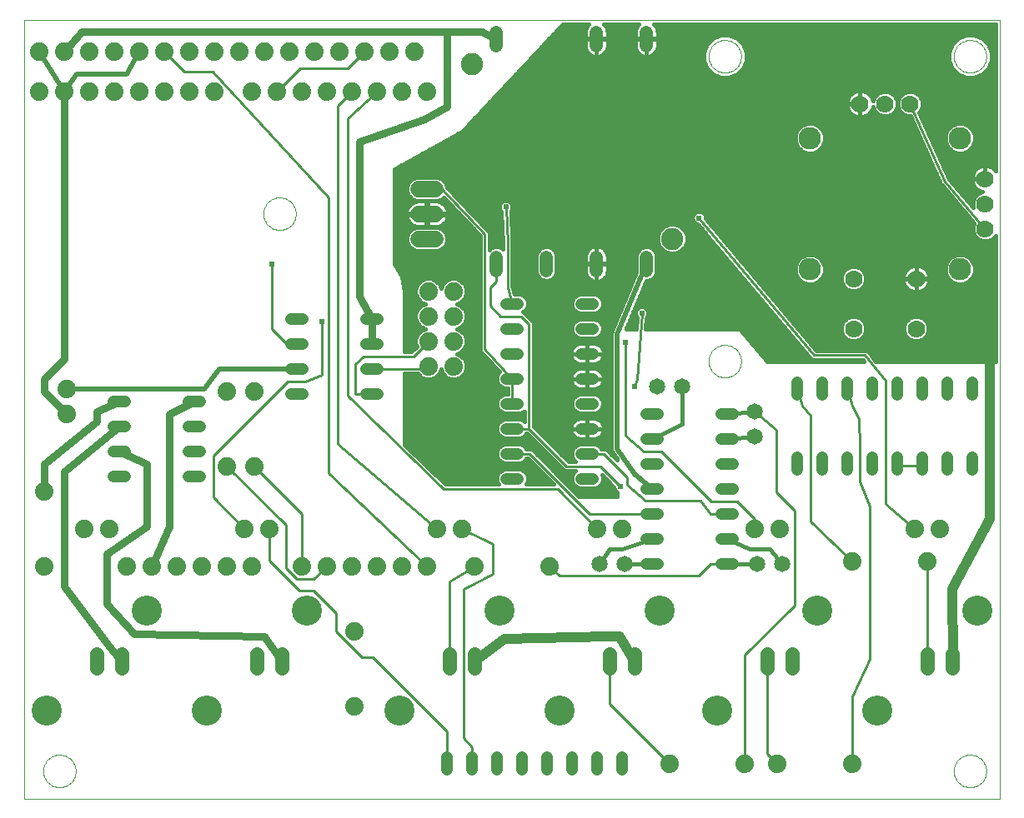
<source format=gbl>
G75*
G70*
%OFA0B0*%
%FSLAX24Y24*%
%IPPOS*%
%LPD*%
%AMOC8*
5,1,8,0,0,1.08239X$1,22.5*
%
%ADD10C,0.0000*%
%ADD11C,0.0740*%
%ADD12C,0.0560*%
%ADD13C,0.1200*%
%ADD14C,0.0900*%
%ADD15C,0.0700*%
%ADD16C,0.0480*%
%ADD17C,0.0660*%
%ADD18C,0.0650*%
%ADD19C,0.0531*%
%ADD20C,0.0886*%
%ADD21C,0.0100*%
%ADD22C,0.0240*%
%ADD23C,0.0160*%
%ADD24C,0.0400*%
%ADD25C,0.0200*%
%ADD26C,0.0300*%
%ADD27C,0.0150*%
D10*
X011652Y000125D02*
X050644Y000125D01*
X050644Y031295D01*
X011652Y031295D01*
X011652Y000125D01*
X012402Y001225D02*
X012404Y001275D01*
X012410Y001325D01*
X012420Y001375D01*
X012433Y001423D01*
X012450Y001471D01*
X012471Y001517D01*
X012495Y001561D01*
X012523Y001603D01*
X012554Y001643D01*
X012588Y001680D01*
X012625Y001715D01*
X012664Y001746D01*
X012705Y001775D01*
X012749Y001800D01*
X012795Y001822D01*
X012842Y001840D01*
X012890Y001854D01*
X012939Y001865D01*
X012989Y001872D01*
X013039Y001875D01*
X013090Y001874D01*
X013140Y001869D01*
X013190Y001860D01*
X013238Y001848D01*
X013286Y001831D01*
X013332Y001811D01*
X013377Y001788D01*
X013420Y001761D01*
X013460Y001731D01*
X013498Y001698D01*
X013533Y001662D01*
X013566Y001623D01*
X013595Y001582D01*
X013621Y001539D01*
X013644Y001494D01*
X013663Y001447D01*
X013678Y001399D01*
X013690Y001350D01*
X013698Y001300D01*
X013702Y001250D01*
X013702Y001200D01*
X013698Y001150D01*
X013690Y001100D01*
X013678Y001051D01*
X013663Y001003D01*
X013644Y000956D01*
X013621Y000911D01*
X013595Y000868D01*
X013566Y000827D01*
X013533Y000788D01*
X013498Y000752D01*
X013460Y000719D01*
X013420Y000689D01*
X013377Y000662D01*
X013332Y000639D01*
X013286Y000619D01*
X013238Y000602D01*
X013190Y000590D01*
X013140Y000581D01*
X013090Y000576D01*
X013039Y000575D01*
X012989Y000578D01*
X012939Y000585D01*
X012890Y000596D01*
X012842Y000610D01*
X012795Y000628D01*
X012749Y000650D01*
X012705Y000675D01*
X012664Y000704D01*
X012625Y000735D01*
X012588Y000770D01*
X012554Y000807D01*
X012523Y000847D01*
X012495Y000889D01*
X012471Y000933D01*
X012450Y000979D01*
X012433Y001027D01*
X012420Y001075D01*
X012410Y001125D01*
X012404Y001175D01*
X012402Y001225D01*
X039002Y017625D02*
X039004Y017675D01*
X039010Y017725D01*
X039020Y017775D01*
X039033Y017823D01*
X039050Y017871D01*
X039071Y017917D01*
X039095Y017961D01*
X039123Y018003D01*
X039154Y018043D01*
X039188Y018080D01*
X039225Y018115D01*
X039264Y018146D01*
X039305Y018175D01*
X039349Y018200D01*
X039395Y018222D01*
X039442Y018240D01*
X039490Y018254D01*
X039539Y018265D01*
X039589Y018272D01*
X039639Y018275D01*
X039690Y018274D01*
X039740Y018269D01*
X039790Y018260D01*
X039838Y018248D01*
X039886Y018231D01*
X039932Y018211D01*
X039977Y018188D01*
X040020Y018161D01*
X040060Y018131D01*
X040098Y018098D01*
X040133Y018062D01*
X040166Y018023D01*
X040195Y017982D01*
X040221Y017939D01*
X040244Y017894D01*
X040263Y017847D01*
X040278Y017799D01*
X040290Y017750D01*
X040298Y017700D01*
X040302Y017650D01*
X040302Y017600D01*
X040298Y017550D01*
X040290Y017500D01*
X040278Y017451D01*
X040263Y017403D01*
X040244Y017356D01*
X040221Y017311D01*
X040195Y017268D01*
X040166Y017227D01*
X040133Y017188D01*
X040098Y017152D01*
X040060Y017119D01*
X040020Y017089D01*
X039977Y017062D01*
X039932Y017039D01*
X039886Y017019D01*
X039838Y017002D01*
X039790Y016990D01*
X039740Y016981D01*
X039690Y016976D01*
X039639Y016975D01*
X039589Y016978D01*
X039539Y016985D01*
X039490Y016996D01*
X039442Y017010D01*
X039395Y017028D01*
X039349Y017050D01*
X039305Y017075D01*
X039264Y017104D01*
X039225Y017135D01*
X039188Y017170D01*
X039154Y017207D01*
X039123Y017247D01*
X039095Y017289D01*
X039071Y017333D01*
X039050Y017379D01*
X039033Y017427D01*
X039020Y017475D01*
X039010Y017525D01*
X039004Y017575D01*
X039002Y017625D01*
X021202Y023525D02*
X021204Y023575D01*
X021210Y023625D01*
X021220Y023675D01*
X021233Y023723D01*
X021250Y023771D01*
X021271Y023817D01*
X021295Y023861D01*
X021323Y023903D01*
X021354Y023943D01*
X021388Y023980D01*
X021425Y024015D01*
X021464Y024046D01*
X021505Y024075D01*
X021549Y024100D01*
X021595Y024122D01*
X021642Y024140D01*
X021690Y024154D01*
X021739Y024165D01*
X021789Y024172D01*
X021839Y024175D01*
X021890Y024174D01*
X021940Y024169D01*
X021990Y024160D01*
X022038Y024148D01*
X022086Y024131D01*
X022132Y024111D01*
X022177Y024088D01*
X022220Y024061D01*
X022260Y024031D01*
X022298Y023998D01*
X022333Y023962D01*
X022366Y023923D01*
X022395Y023882D01*
X022421Y023839D01*
X022444Y023794D01*
X022463Y023747D01*
X022478Y023699D01*
X022490Y023650D01*
X022498Y023600D01*
X022502Y023550D01*
X022502Y023500D01*
X022498Y023450D01*
X022490Y023400D01*
X022478Y023351D01*
X022463Y023303D01*
X022444Y023256D01*
X022421Y023211D01*
X022395Y023168D01*
X022366Y023127D01*
X022333Y023088D01*
X022298Y023052D01*
X022260Y023019D01*
X022220Y022989D01*
X022177Y022962D01*
X022132Y022939D01*
X022086Y022919D01*
X022038Y022902D01*
X021990Y022890D01*
X021940Y022881D01*
X021890Y022876D01*
X021839Y022875D01*
X021789Y022878D01*
X021739Y022885D01*
X021690Y022896D01*
X021642Y022910D01*
X021595Y022928D01*
X021549Y022950D01*
X021505Y022975D01*
X021464Y023004D01*
X021425Y023035D01*
X021388Y023070D01*
X021354Y023107D01*
X021323Y023147D01*
X021295Y023189D01*
X021271Y023233D01*
X021250Y023279D01*
X021233Y023327D01*
X021220Y023375D01*
X021210Y023425D01*
X021204Y023475D01*
X021202Y023525D01*
X039002Y029825D02*
X039004Y029875D01*
X039010Y029925D01*
X039020Y029975D01*
X039033Y030023D01*
X039050Y030071D01*
X039071Y030117D01*
X039095Y030161D01*
X039123Y030203D01*
X039154Y030243D01*
X039188Y030280D01*
X039225Y030315D01*
X039264Y030346D01*
X039305Y030375D01*
X039349Y030400D01*
X039395Y030422D01*
X039442Y030440D01*
X039490Y030454D01*
X039539Y030465D01*
X039589Y030472D01*
X039639Y030475D01*
X039690Y030474D01*
X039740Y030469D01*
X039790Y030460D01*
X039838Y030448D01*
X039886Y030431D01*
X039932Y030411D01*
X039977Y030388D01*
X040020Y030361D01*
X040060Y030331D01*
X040098Y030298D01*
X040133Y030262D01*
X040166Y030223D01*
X040195Y030182D01*
X040221Y030139D01*
X040244Y030094D01*
X040263Y030047D01*
X040278Y029999D01*
X040290Y029950D01*
X040298Y029900D01*
X040302Y029850D01*
X040302Y029800D01*
X040298Y029750D01*
X040290Y029700D01*
X040278Y029651D01*
X040263Y029603D01*
X040244Y029556D01*
X040221Y029511D01*
X040195Y029468D01*
X040166Y029427D01*
X040133Y029388D01*
X040098Y029352D01*
X040060Y029319D01*
X040020Y029289D01*
X039977Y029262D01*
X039932Y029239D01*
X039886Y029219D01*
X039838Y029202D01*
X039790Y029190D01*
X039740Y029181D01*
X039690Y029176D01*
X039639Y029175D01*
X039589Y029178D01*
X039539Y029185D01*
X039490Y029196D01*
X039442Y029210D01*
X039395Y029228D01*
X039349Y029250D01*
X039305Y029275D01*
X039264Y029304D01*
X039225Y029335D01*
X039188Y029370D01*
X039154Y029407D01*
X039123Y029447D01*
X039095Y029489D01*
X039071Y029533D01*
X039050Y029579D01*
X039033Y029627D01*
X039020Y029675D01*
X039010Y029725D01*
X039004Y029775D01*
X039002Y029825D01*
X048802Y029825D02*
X048804Y029875D01*
X048810Y029925D01*
X048820Y029975D01*
X048833Y030023D01*
X048850Y030071D01*
X048871Y030117D01*
X048895Y030161D01*
X048923Y030203D01*
X048954Y030243D01*
X048988Y030280D01*
X049025Y030315D01*
X049064Y030346D01*
X049105Y030375D01*
X049149Y030400D01*
X049195Y030422D01*
X049242Y030440D01*
X049290Y030454D01*
X049339Y030465D01*
X049389Y030472D01*
X049439Y030475D01*
X049490Y030474D01*
X049540Y030469D01*
X049590Y030460D01*
X049638Y030448D01*
X049686Y030431D01*
X049732Y030411D01*
X049777Y030388D01*
X049820Y030361D01*
X049860Y030331D01*
X049898Y030298D01*
X049933Y030262D01*
X049966Y030223D01*
X049995Y030182D01*
X050021Y030139D01*
X050044Y030094D01*
X050063Y030047D01*
X050078Y029999D01*
X050090Y029950D01*
X050098Y029900D01*
X050102Y029850D01*
X050102Y029800D01*
X050098Y029750D01*
X050090Y029700D01*
X050078Y029651D01*
X050063Y029603D01*
X050044Y029556D01*
X050021Y029511D01*
X049995Y029468D01*
X049966Y029427D01*
X049933Y029388D01*
X049898Y029352D01*
X049860Y029319D01*
X049820Y029289D01*
X049777Y029262D01*
X049732Y029239D01*
X049686Y029219D01*
X049638Y029202D01*
X049590Y029190D01*
X049540Y029181D01*
X049490Y029176D01*
X049439Y029175D01*
X049389Y029178D01*
X049339Y029185D01*
X049290Y029196D01*
X049242Y029210D01*
X049195Y029228D01*
X049149Y029250D01*
X049105Y029275D01*
X049064Y029304D01*
X049025Y029335D01*
X048988Y029370D01*
X048954Y029407D01*
X048923Y029447D01*
X048895Y029489D01*
X048871Y029533D01*
X048850Y029579D01*
X048833Y029627D01*
X048820Y029675D01*
X048810Y029725D01*
X048804Y029775D01*
X048802Y029825D01*
X048802Y001225D02*
X048804Y001275D01*
X048810Y001325D01*
X048820Y001375D01*
X048833Y001423D01*
X048850Y001471D01*
X048871Y001517D01*
X048895Y001561D01*
X048923Y001603D01*
X048954Y001643D01*
X048988Y001680D01*
X049025Y001715D01*
X049064Y001746D01*
X049105Y001775D01*
X049149Y001800D01*
X049195Y001822D01*
X049242Y001840D01*
X049290Y001854D01*
X049339Y001865D01*
X049389Y001872D01*
X049439Y001875D01*
X049490Y001874D01*
X049540Y001869D01*
X049590Y001860D01*
X049638Y001848D01*
X049686Y001831D01*
X049732Y001811D01*
X049777Y001788D01*
X049820Y001761D01*
X049860Y001731D01*
X049898Y001698D01*
X049933Y001662D01*
X049966Y001623D01*
X049995Y001582D01*
X050021Y001539D01*
X050044Y001494D01*
X050063Y001447D01*
X050078Y001399D01*
X050090Y001350D01*
X050098Y001300D01*
X050102Y001250D01*
X050102Y001200D01*
X050098Y001150D01*
X050090Y001100D01*
X050078Y001051D01*
X050063Y001003D01*
X050044Y000956D01*
X050021Y000911D01*
X049995Y000868D01*
X049966Y000827D01*
X049933Y000788D01*
X049898Y000752D01*
X049860Y000719D01*
X049820Y000689D01*
X049777Y000662D01*
X049732Y000639D01*
X049686Y000619D01*
X049638Y000602D01*
X049590Y000590D01*
X049540Y000581D01*
X049490Y000576D01*
X049439Y000575D01*
X049389Y000578D01*
X049339Y000585D01*
X049290Y000596D01*
X049242Y000610D01*
X049195Y000628D01*
X049149Y000650D01*
X049105Y000675D01*
X049064Y000704D01*
X049025Y000735D01*
X048988Y000770D01*
X048954Y000807D01*
X048923Y000847D01*
X048895Y000889D01*
X048871Y000933D01*
X048850Y000979D01*
X048833Y001027D01*
X048820Y001075D01*
X048810Y001125D01*
X048804Y001175D01*
X048802Y001225D01*
D11*
X044752Y001525D03*
X041752Y001525D03*
X040452Y001525D03*
X037452Y001525D03*
X032652Y009425D03*
X034552Y010925D03*
X035552Y010925D03*
X040852Y010925D03*
X041852Y010925D03*
X044752Y009625D03*
X047252Y010925D03*
X048252Y010925D03*
X047752Y009625D03*
X029652Y009425D03*
X027752Y009425D03*
X026752Y009425D03*
X025752Y009425D03*
X024752Y009425D03*
X023752Y009425D03*
X022752Y009425D03*
X020752Y009425D03*
X019752Y009425D03*
X018752Y009425D03*
X017752Y009425D03*
X016752Y009425D03*
X015752Y009425D03*
X015052Y010925D03*
X014052Y010925D03*
X012452Y009425D03*
X012452Y012425D03*
X013352Y015525D03*
X013352Y016525D03*
X019752Y016425D03*
X020852Y016425D03*
X020852Y013425D03*
X019752Y013425D03*
X020452Y010925D03*
X021452Y010925D03*
X024852Y006825D03*
X024852Y003825D03*
X028152Y010925D03*
X029152Y010925D03*
X028802Y017425D03*
X027802Y017425D03*
X027802Y018425D03*
X028802Y018425D03*
X028802Y019425D03*
X027802Y019425D03*
X027802Y020425D03*
X028802Y020425D03*
X027752Y028425D03*
X026752Y028425D03*
X025752Y028425D03*
X024752Y028425D03*
X023752Y028425D03*
X022752Y028425D03*
X021752Y028425D03*
X020752Y028425D03*
X019252Y028425D03*
X018252Y028425D03*
X017252Y028425D03*
X016252Y028425D03*
X015252Y028425D03*
X014252Y028425D03*
X013252Y028425D03*
X012252Y028425D03*
X012252Y030025D03*
X013252Y030025D03*
X014252Y030025D03*
X015252Y030025D03*
X016252Y030025D03*
X017252Y030025D03*
X018252Y030025D03*
X019252Y030025D03*
X020252Y030025D03*
X021252Y030025D03*
X022252Y030025D03*
X023252Y030025D03*
X024252Y030025D03*
X025252Y030025D03*
X026252Y030025D03*
X027252Y030025D03*
D12*
X028652Y005905D02*
X028652Y005345D01*
X029633Y005345D02*
X029633Y005905D01*
X035052Y005905D02*
X035052Y005345D01*
X036033Y005345D02*
X036033Y005905D01*
X041352Y005905D02*
X041352Y005345D01*
X042333Y005345D02*
X042333Y005905D01*
X047752Y005905D02*
X047752Y005345D01*
X048733Y005345D02*
X048733Y005905D01*
X021933Y005905D02*
X021933Y005345D01*
X020952Y005345D02*
X020952Y005905D01*
X015533Y005905D02*
X015533Y005345D01*
X014552Y005345D02*
X014552Y005905D01*
D13*
X016556Y007634D03*
X022956Y007634D03*
X026654Y003646D03*
X033054Y003646D03*
X039354Y003646D03*
X037056Y007634D03*
X043356Y007634D03*
X045754Y003646D03*
X049756Y007634D03*
X030656Y007634D03*
X018954Y003646D03*
X012554Y003646D03*
D14*
X043052Y021300D03*
X049052Y021300D03*
X049052Y026550D03*
X043052Y026550D03*
D15*
X045052Y027925D03*
X046052Y027925D03*
X047052Y027925D03*
X050052Y024925D03*
X050052Y023925D03*
X050052Y022925D03*
X047302Y020925D03*
X044802Y020925D03*
X044802Y018925D03*
X047302Y018925D03*
D16*
X047552Y016765D02*
X047552Y016285D01*
X046552Y016285D02*
X046552Y016765D01*
X045552Y016765D02*
X045552Y016285D01*
X044552Y016285D02*
X044552Y016765D01*
X043552Y016765D02*
X043552Y016285D01*
X042552Y016285D02*
X042552Y016765D01*
X039992Y015525D02*
X039512Y015525D01*
X039512Y014525D02*
X039992Y014525D01*
X039992Y013525D02*
X039512Y013525D01*
X039512Y012525D02*
X039992Y012525D01*
X039992Y011525D02*
X039512Y011525D01*
X039512Y010525D02*
X039992Y010525D01*
X039992Y009525D02*
X039512Y009525D01*
X036992Y009525D02*
X036512Y009525D01*
X036512Y010525D02*
X036992Y010525D01*
X036992Y011525D02*
X036512Y011525D01*
X036512Y012525D02*
X036992Y012525D01*
X036992Y013525D02*
X036512Y013525D01*
X036512Y014525D02*
X036992Y014525D01*
X036992Y015525D02*
X036512Y015525D01*
X034392Y015925D02*
X033912Y015925D01*
X033912Y014925D02*
X034392Y014925D01*
X034392Y013925D02*
X033912Y013925D01*
X033912Y012925D02*
X034392Y012925D01*
X031392Y012925D02*
X030912Y012925D01*
X030912Y013925D02*
X031392Y013925D01*
X031392Y014925D02*
X030912Y014925D01*
X030912Y015925D02*
X031392Y015925D01*
X031392Y016925D02*
X030912Y016925D01*
X030912Y017925D02*
X031392Y017925D01*
X031392Y018925D02*
X030912Y018925D01*
X030912Y019925D02*
X031392Y019925D01*
X033912Y019925D02*
X034392Y019925D01*
X034392Y018925D02*
X033912Y018925D01*
X033912Y017925D02*
X034392Y017925D01*
X034392Y016925D02*
X033912Y016925D01*
X025792Y017325D02*
X025312Y017325D01*
X025312Y016325D02*
X025792Y016325D01*
X025792Y018325D02*
X025312Y018325D01*
X025312Y019325D02*
X025792Y019325D01*
X022792Y019325D02*
X022312Y019325D01*
X022312Y018325D02*
X022792Y018325D01*
X022792Y017325D02*
X022312Y017325D01*
X022312Y016325D02*
X022792Y016325D01*
X018692Y016025D02*
X018212Y016025D01*
X018212Y015025D02*
X018692Y015025D01*
X018692Y014025D02*
X018212Y014025D01*
X018212Y013025D02*
X018692Y013025D01*
X015692Y013025D02*
X015212Y013025D01*
X015212Y014025D02*
X015692Y014025D01*
X015692Y015025D02*
X015212Y015025D01*
X015212Y016025D02*
X015692Y016025D01*
X028552Y001765D02*
X028552Y001285D01*
X029552Y001285D02*
X029552Y001765D01*
X030552Y001765D02*
X030552Y001285D01*
X031552Y001285D02*
X031552Y001765D01*
X032552Y001765D02*
X032552Y001285D01*
X033552Y001285D02*
X033552Y001765D01*
X034552Y001765D02*
X034552Y001285D01*
X035552Y001285D02*
X035552Y001765D01*
X042552Y013285D02*
X042552Y013765D01*
X043552Y013765D02*
X043552Y013285D01*
X044552Y013285D02*
X044552Y013765D01*
X045552Y013765D02*
X045552Y013285D01*
X046552Y013285D02*
X046552Y013765D01*
X047552Y013765D02*
X047552Y013285D01*
X048552Y013285D02*
X048552Y013765D01*
X049552Y013765D02*
X049552Y013285D01*
X049552Y016285D02*
X049552Y016765D01*
X048552Y016765D02*
X048552Y016285D01*
D17*
X028082Y022525D02*
X027422Y022525D01*
X027422Y023525D02*
X028082Y023525D01*
X028082Y024525D02*
X027422Y024525D01*
D18*
X036952Y016625D03*
X037952Y016625D03*
X040852Y015625D03*
X040852Y014625D03*
X040952Y009525D03*
X041952Y009525D03*
X035652Y009525D03*
X034652Y009525D03*
D19*
X034517Y021259D02*
X034517Y021791D01*
X036517Y021791D02*
X036517Y021259D01*
X032517Y021259D02*
X032517Y021791D01*
X030517Y021791D02*
X030517Y021259D01*
X030517Y030259D02*
X030517Y030791D01*
X034517Y030791D02*
X034517Y030259D01*
X036517Y030259D02*
X036517Y030791D01*
D20*
X029552Y029525D03*
X037552Y022525D03*
D21*
X038620Y023355D02*
X043205Y017870D01*
X045252Y017870D01*
X046067Y016856D01*
X046067Y011911D01*
X047252Y010925D01*
X047752Y009625D02*
X047752Y005625D01*
X048733Y005625D02*
X048772Y005665D01*
X045452Y005725D02*
X045452Y011825D01*
X045052Y012825D01*
X045052Y014225D01*
X044999Y015309D01*
X044752Y015855D01*
X044552Y016525D01*
X043062Y015445D02*
X042752Y015855D01*
X042552Y016525D01*
X043062Y015445D02*
X043062Y011215D01*
X044752Y009625D01*
X042434Y007848D02*
X040452Y005866D01*
X040452Y001525D01*
X041352Y001925D02*
X041752Y001525D01*
X041352Y001925D02*
X041352Y005625D01*
X042434Y007848D02*
X042434Y011660D01*
X041710Y012385D01*
X041710Y014868D01*
X040852Y015625D01*
X039105Y012025D02*
X037105Y014025D01*
X036409Y014025D01*
X035677Y014656D01*
X035677Y018375D01*
X036332Y019545D02*
X036132Y016905D01*
X036052Y016605D01*
X033322Y013425D02*
X031822Y014925D01*
X031822Y019096D01*
X031504Y019415D01*
X030688Y019415D01*
X030270Y019834D01*
X030270Y020573D01*
X030517Y020821D01*
X030517Y021525D01*
X030964Y022334D02*
X030964Y020577D01*
X031152Y019925D01*
X030052Y018125D02*
X031152Y016925D01*
X031152Y015925D01*
X031152Y014925D02*
X031822Y014925D01*
X031855Y013925D02*
X031152Y013925D01*
X031855Y013925D02*
X034255Y011525D01*
X036752Y011525D01*
X036482Y012035D02*
X038672Y012035D01*
X039082Y011525D01*
X039752Y011525D01*
X040129Y012025D02*
X039105Y012025D01*
X040129Y012025D02*
X040852Y011302D01*
X040852Y010925D01*
X039752Y009525D02*
X039082Y009525D01*
X038597Y009040D01*
X033038Y009040D01*
X032652Y009425D01*
X030376Y009108D02*
X030376Y010302D01*
X029152Y010925D01*
X028152Y010925D02*
X024164Y014314D01*
X024164Y027836D01*
X024752Y028425D01*
X025752Y028425D02*
X024568Y027340D01*
X024568Y016248D01*
X028400Y012515D01*
X032962Y012515D01*
X034552Y010925D01*
X035754Y012663D02*
X036482Y012035D01*
X035754Y012663D02*
X035754Y012993D01*
X034822Y013925D01*
X034152Y013925D01*
X034663Y013425D02*
X033322Y013425D01*
X034663Y013425D02*
X035484Y012603D01*
X030376Y009108D02*
X029194Y008527D01*
X029194Y002553D01*
X029552Y002195D01*
X029552Y001525D01*
X028552Y001525D02*
X028552Y002809D01*
X025573Y005788D01*
X025147Y005788D01*
X024112Y006822D01*
X024112Y007551D01*
X023202Y008461D01*
X022649Y008461D01*
X021452Y009658D01*
X021452Y010925D01*
X022097Y011081D02*
X019752Y013425D01*
X019211Y013844D02*
X022193Y016825D01*
X022892Y016825D01*
X023552Y017085D01*
X023552Y019213D01*
X022552Y018325D02*
X022152Y018325D01*
X021552Y018925D01*
X021552Y021525D01*
X023826Y024187D02*
X019188Y029225D01*
X018052Y029225D01*
X017252Y030025D01*
X021752Y028425D02*
X022675Y029348D01*
X024575Y029348D01*
X025252Y030025D01*
X027752Y024525D02*
X028352Y024525D01*
X030052Y022725D01*
X030052Y018125D01*
X027802Y018425D02*
X027202Y017825D01*
X025209Y017825D01*
X024882Y017498D01*
X024882Y016325D01*
X025552Y016325D01*
X025552Y017325D02*
X027702Y017325D01*
X027802Y017425D01*
X023826Y013151D02*
X023826Y024187D01*
X030896Y023802D02*
X030964Y022334D01*
X019211Y013844D02*
X019211Y012166D01*
X020452Y010925D01*
X022097Y011081D02*
X022097Y009330D01*
X022528Y008899D01*
X023226Y008899D01*
X023752Y009425D01*
X022752Y009425D02*
X022752Y011525D01*
X020852Y013425D01*
X023826Y013151D02*
X027752Y009425D01*
X028652Y008825D02*
X028652Y006335D01*
X028652Y005625D01*
X028652Y008825D02*
X029652Y009425D01*
X035052Y005625D02*
X035052Y003925D01*
X037452Y001525D01*
X044752Y001525D02*
X044752Y004224D01*
X044999Y004770D01*
X045452Y005725D01*
X046552Y013455D02*
X047552Y013455D01*
X047552Y013525D01*
X046552Y013525D02*
X046552Y013455D01*
X049172Y017585D02*
X049172Y017625D01*
X050052Y022925D02*
X048452Y024825D01*
X047052Y027925D01*
D22*
X038620Y023355D03*
X036332Y019545D03*
X035677Y018375D03*
X036052Y016605D03*
X035484Y012603D03*
X023552Y019213D03*
X021552Y021525D03*
X030896Y023802D03*
D23*
X030715Y023616D02*
X030774Y022330D01*
X030774Y022107D01*
X030747Y022135D01*
X030598Y022196D01*
X030436Y022196D01*
X030287Y022135D01*
X030242Y022090D01*
X030242Y022722D01*
X030245Y022798D01*
X030242Y022801D01*
X030242Y022804D01*
X030189Y022857D01*
X028552Y024590D01*
X028552Y024618D01*
X028481Y024791D01*
X028349Y024923D01*
X028176Y024995D01*
X027329Y024995D01*
X027156Y024923D01*
X027024Y024791D01*
X026952Y024618D01*
X026952Y024432D01*
X027024Y024259D01*
X027156Y024127D01*
X027329Y024055D01*
X028176Y024055D01*
X028349Y024127D01*
X028410Y024188D01*
X029862Y022649D01*
X029862Y018129D01*
X029859Y018055D01*
X029862Y018051D01*
X029862Y018046D01*
X029915Y017994D01*
X030646Y017196D01*
X030590Y017140D01*
X030532Y017001D01*
X030532Y016849D01*
X030590Y016710D01*
X030697Y016603D01*
X030837Y016545D01*
X030962Y016545D01*
X030962Y016305D01*
X030837Y016305D01*
X030697Y016247D01*
X030590Y016140D01*
X030532Y016001D01*
X030532Y015849D01*
X030590Y015710D01*
X030697Y015603D01*
X030837Y015545D01*
X031468Y015545D01*
X031608Y015603D01*
X031632Y015628D01*
X031632Y015222D01*
X031608Y015247D01*
X031468Y015305D01*
X030837Y015305D01*
X030697Y015247D01*
X030590Y015140D01*
X030532Y015001D01*
X030532Y014849D01*
X030590Y014710D01*
X030697Y014603D01*
X030837Y014545D01*
X031468Y014545D01*
X031608Y014603D01*
X031715Y014710D01*
X031725Y014735D01*
X031744Y014735D01*
X033244Y013235D01*
X033685Y013235D01*
X033590Y013140D01*
X033532Y013001D01*
X033532Y012849D01*
X033590Y012710D01*
X033697Y012603D01*
X033837Y012545D01*
X034468Y012545D01*
X034608Y012603D01*
X034715Y012710D01*
X034772Y012849D01*
X034772Y013001D01*
X034740Y013079D01*
X035224Y012595D01*
X035224Y012552D01*
X035264Y012456D01*
X035337Y012383D01*
X035352Y012376D01*
X035352Y012225D01*
X033823Y012225D01*
X032045Y014004D01*
X031933Y014115D01*
X031725Y014115D01*
X031715Y014140D01*
X031608Y014247D01*
X031468Y014305D01*
X030837Y014305D01*
X030697Y014247D01*
X030590Y014140D01*
X030532Y014001D01*
X030532Y013849D01*
X030590Y013710D01*
X030697Y013603D01*
X030837Y013545D01*
X031468Y013545D01*
X031608Y013603D01*
X031715Y013710D01*
X031725Y013735D01*
X031776Y013735D01*
X032806Y012705D01*
X031710Y012705D01*
X031715Y012710D01*
X031772Y012849D01*
X031772Y013001D01*
X031715Y013140D01*
X031608Y013247D01*
X031468Y013305D01*
X030837Y013305D01*
X030697Y013247D01*
X030590Y013140D01*
X030532Y013001D01*
X030532Y012849D01*
X030590Y012710D01*
X030595Y012705D01*
X028477Y012705D01*
X026852Y014288D01*
X026852Y017135D01*
X027371Y017135D01*
X027513Y016993D01*
X027701Y016915D01*
X027904Y016915D01*
X028091Y016993D01*
X028235Y017136D01*
X028302Y017299D01*
X028370Y017136D01*
X028513Y016993D01*
X028701Y016915D01*
X028904Y016915D01*
X029091Y016993D01*
X029235Y017136D01*
X029312Y017324D01*
X029312Y017526D01*
X029235Y017714D01*
X029091Y017857D01*
X028928Y017925D01*
X029091Y017993D01*
X029235Y018136D01*
X029312Y018324D01*
X029312Y018526D01*
X029235Y018714D01*
X029091Y018857D01*
X028928Y018925D01*
X029091Y018993D01*
X029235Y019136D01*
X029312Y019324D01*
X029312Y019526D01*
X029235Y019714D01*
X029091Y019857D01*
X028928Y019925D01*
X029091Y019993D01*
X029235Y020136D01*
X029312Y020324D01*
X029312Y020526D01*
X029235Y020714D01*
X029091Y020857D01*
X028904Y020935D01*
X028701Y020935D01*
X028513Y020857D01*
X028370Y020714D01*
X028302Y020551D01*
X028235Y020714D01*
X028091Y020857D01*
X027904Y020935D01*
X027701Y020935D01*
X027513Y020857D01*
X027370Y020714D01*
X027292Y020526D01*
X027292Y020324D01*
X027370Y020136D01*
X027513Y019993D01*
X027677Y019925D01*
X027513Y019857D01*
X027370Y019714D01*
X027292Y019526D01*
X027292Y019324D01*
X027370Y019136D01*
X027513Y018993D01*
X027677Y018925D01*
X027513Y018857D01*
X027370Y018714D01*
X027292Y018526D01*
X027292Y018324D01*
X027333Y018225D01*
X027124Y018015D01*
X026852Y018015D01*
X026852Y020425D01*
X026752Y021025D01*
X026452Y021525D01*
X026452Y025325D01*
X029152Y026825D01*
X033163Y031115D01*
X034211Y031115D01*
X034177Y031081D01*
X034136Y031024D01*
X034104Y030962D01*
X034082Y030895D01*
X034071Y030826D01*
X034071Y030534D01*
X034508Y030534D01*
X034508Y030516D01*
X034526Y030516D01*
X034526Y030534D01*
X034963Y030534D01*
X034963Y030826D01*
X034952Y030895D01*
X034930Y030962D01*
X034898Y031024D01*
X034857Y031081D01*
X034823Y031115D01*
X036211Y031115D01*
X036177Y031081D01*
X036136Y031024D01*
X036104Y030962D01*
X036082Y030895D01*
X036071Y030826D01*
X036071Y030534D01*
X036508Y030534D01*
X036508Y030516D01*
X036526Y030516D01*
X036526Y030534D01*
X036963Y030534D01*
X036963Y030826D01*
X036952Y030895D01*
X036930Y030962D01*
X036898Y031024D01*
X036857Y031081D01*
X036823Y031115D01*
X050464Y031115D01*
X050464Y025259D01*
X050457Y025270D01*
X050398Y025329D01*
X050330Y025378D01*
X050256Y025416D01*
X050176Y025442D01*
X050094Y025455D01*
X050060Y025455D01*
X050060Y024933D01*
X050045Y024933D01*
X050045Y025455D01*
X050011Y025455D01*
X049928Y025442D01*
X049849Y025416D01*
X049775Y025378D01*
X049707Y025329D01*
X049648Y025270D01*
X049599Y025203D01*
X049561Y025128D01*
X049535Y025049D01*
X049522Y024967D01*
X049522Y024933D01*
X050045Y024933D01*
X050045Y024917D01*
X049522Y024917D01*
X049522Y024883D01*
X049535Y024801D01*
X049561Y024722D01*
X049599Y024647D01*
X049648Y024580D01*
X049707Y024521D01*
X049775Y024472D01*
X049849Y024434D01*
X049928Y024408D01*
X049935Y024407D01*
X049775Y024340D01*
X049637Y024203D01*
X049562Y024022D01*
X049562Y023828D01*
X049583Y023777D01*
X048615Y024927D01*
X047412Y027591D01*
X047468Y027647D01*
X047542Y027828D01*
X047542Y028022D01*
X047468Y028203D01*
X047330Y028340D01*
X047150Y028415D01*
X046955Y028415D01*
X046775Y028340D01*
X046637Y028203D01*
X046562Y028022D01*
X046562Y027828D01*
X046637Y027647D01*
X046775Y027510D01*
X046955Y027435D01*
X047065Y027435D01*
X048259Y024792D01*
X048256Y024763D01*
X048290Y024723D01*
X048312Y024675D01*
X048339Y024665D01*
X049615Y023149D01*
X049562Y023022D01*
X049562Y022828D01*
X049637Y022647D01*
X049775Y022510D01*
X049955Y022435D01*
X050150Y022435D01*
X050330Y022510D01*
X050464Y022644D01*
X050464Y017625D01*
X045693Y017625D01*
X045442Y017937D01*
X045442Y017949D01*
X045394Y017997D01*
X045351Y018050D01*
X045339Y018052D01*
X045331Y018060D01*
X045263Y018060D01*
X045195Y018067D01*
X045186Y018060D01*
X043294Y018060D01*
X038880Y023340D01*
X038880Y023407D01*
X038840Y023502D01*
X038767Y023575D01*
X038672Y023615D01*
X038568Y023615D01*
X038473Y023575D01*
X038399Y023502D01*
X038360Y023407D01*
X038360Y023303D01*
X038399Y023208D01*
X038473Y023135D01*
X038568Y023095D01*
X038590Y023095D01*
X043015Y017801D01*
X043015Y017791D01*
X043064Y017742D01*
X043110Y017688D01*
X043119Y017687D01*
X043126Y017680D01*
X043196Y017680D01*
X043266Y017674D01*
X043274Y017680D01*
X045161Y017680D01*
X045205Y017625D01*
X041352Y017625D01*
X040252Y018925D01*
X036476Y018925D01*
X036508Y019353D01*
X036553Y019398D01*
X036592Y019493D01*
X036592Y019597D01*
X036553Y019692D01*
X036480Y019765D01*
X036384Y019805D01*
X036281Y019805D01*
X036185Y019765D01*
X036112Y019692D01*
X036072Y019597D01*
X036072Y019493D01*
X036112Y019398D01*
X036129Y019380D01*
X036095Y018925D01*
X035695Y018925D01*
X036498Y020854D01*
X036598Y020854D01*
X036747Y020915D01*
X036861Y021029D01*
X036923Y021179D01*
X036923Y021871D01*
X036861Y022021D01*
X036747Y022135D01*
X036598Y022196D01*
X036436Y022196D01*
X036287Y022135D01*
X036173Y022021D01*
X036111Y021871D01*
X036111Y021179D01*
X036112Y021176D01*
X035149Y018861D01*
X035149Y018861D01*
X035131Y018817D01*
X035112Y018773D01*
X035112Y018773D01*
X035112Y018773D01*
X035112Y018725D01*
X035112Y018678D01*
X035112Y018677D01*
X035112Y014146D01*
X035108Y014120D01*
X035112Y014099D01*
X035112Y014077D01*
X035123Y014053D01*
X035128Y014026D01*
X035141Y014009D01*
X035149Y013989D01*
X035168Y013970D01*
X035352Y013706D01*
X035352Y013664D01*
X035012Y014004D01*
X034901Y014115D01*
X034725Y014115D01*
X034715Y014140D01*
X034608Y014247D01*
X034468Y014305D01*
X033837Y014305D01*
X033697Y014247D01*
X033590Y014140D01*
X033532Y014001D01*
X033532Y013849D01*
X033590Y013710D01*
X033685Y013615D01*
X033401Y013615D01*
X032012Y015004D01*
X033500Y015004D01*
X033503Y015023D02*
X033492Y014958D01*
X033492Y014925D01*
X033492Y014892D01*
X033503Y014827D01*
X033523Y014764D01*
X033553Y014705D01*
X033592Y014651D01*
X033639Y014605D01*
X033692Y014566D01*
X033751Y014536D01*
X033814Y014515D01*
X033879Y014505D01*
X034152Y014505D01*
X034152Y014925D01*
X033492Y014925D01*
X034152Y014925D01*
X034152Y014925D01*
X034152Y015345D01*
X033879Y015345D01*
X033814Y015335D01*
X033751Y015314D01*
X033692Y015284D01*
X033639Y015245D01*
X033592Y015199D01*
X033553Y015145D01*
X033523Y015086D01*
X033503Y015023D01*
X033566Y015163D02*
X032012Y015163D01*
X032012Y015321D02*
X033772Y015321D01*
X033837Y015545D02*
X033697Y015603D01*
X033590Y015710D01*
X033532Y015849D01*
X033532Y016001D01*
X033590Y016140D01*
X033697Y016247D01*
X033837Y016305D01*
X034468Y016305D01*
X034608Y016247D01*
X034715Y016140D01*
X034772Y016001D01*
X034772Y015849D01*
X034715Y015710D01*
X034608Y015603D01*
X034468Y015545D01*
X033837Y015545D01*
X033662Y015638D02*
X032012Y015638D01*
X032012Y015480D02*
X035112Y015480D01*
X035112Y015638D02*
X034643Y015638D01*
X034750Y015797D02*
X035112Y015797D01*
X035112Y015955D02*
X034772Y015955D01*
X034726Y016114D02*
X035112Y016114D01*
X035112Y016272D02*
X034548Y016272D01*
X034491Y016515D02*
X034554Y016536D01*
X034612Y016566D01*
X034666Y016605D01*
X034713Y016651D01*
X034752Y016705D01*
X034782Y016764D01*
X034802Y016827D01*
X034812Y016892D01*
X034812Y016925D01*
X034812Y016958D01*
X034802Y017023D01*
X034782Y017086D01*
X034752Y017145D01*
X034713Y017199D01*
X034666Y017245D01*
X034612Y017284D01*
X034554Y017314D01*
X034491Y017335D01*
X034425Y017345D01*
X034152Y017345D01*
X033879Y017345D01*
X033814Y017335D01*
X033751Y017314D01*
X033692Y017284D01*
X033639Y017245D01*
X033592Y017199D01*
X033553Y017145D01*
X033523Y017086D01*
X033503Y017023D01*
X033492Y016958D01*
X033492Y016925D01*
X033492Y016892D01*
X033503Y016827D01*
X033523Y016764D01*
X033553Y016705D01*
X033592Y016651D01*
X033639Y016605D01*
X033692Y016566D01*
X033751Y016536D01*
X033814Y016515D01*
X033879Y016505D01*
X034152Y016505D01*
X034152Y016925D01*
X033492Y016925D01*
X034152Y016925D01*
X034152Y016925D01*
X034152Y017345D01*
X034152Y016925D01*
X034152Y016925D01*
X034152Y016925D01*
X034152Y016505D01*
X034425Y016505D01*
X034491Y016515D01*
X034645Y016589D02*
X035112Y016589D01*
X035112Y016431D02*
X032012Y016431D01*
X032012Y016589D02*
X033660Y016589D01*
X033531Y016748D02*
X032012Y016748D01*
X032012Y016906D02*
X033492Y016906D01*
X033516Y017065D02*
X032012Y017065D01*
X032012Y017223D02*
X033616Y017223D01*
X033751Y017536D02*
X033814Y017515D01*
X033879Y017505D01*
X034152Y017505D01*
X034152Y017925D01*
X033492Y017925D01*
X033492Y017892D01*
X033503Y017827D01*
X033523Y017764D01*
X033553Y017705D01*
X033592Y017651D01*
X033639Y017605D01*
X033692Y017566D01*
X033751Y017536D01*
X033743Y017540D02*
X032012Y017540D01*
X032012Y017382D02*
X035112Y017382D01*
X035112Y017540D02*
X034562Y017540D01*
X034554Y017536D02*
X034612Y017566D01*
X034666Y017605D01*
X034713Y017651D01*
X034752Y017705D01*
X034782Y017764D01*
X034802Y017827D01*
X034812Y017892D01*
X034812Y017925D01*
X034812Y017958D01*
X034802Y018023D01*
X034782Y018086D01*
X034752Y018145D01*
X034713Y018199D01*
X034666Y018245D01*
X034612Y018284D01*
X034554Y018314D01*
X034491Y018335D01*
X034425Y018345D01*
X034152Y018345D01*
X033879Y018345D01*
X033814Y018335D01*
X033751Y018314D01*
X033692Y018284D01*
X033639Y018245D01*
X033592Y018199D01*
X033553Y018145D01*
X033523Y018086D01*
X033503Y018023D01*
X033492Y017958D01*
X033492Y017925D01*
X034152Y017925D01*
X034152Y017925D01*
X034152Y018345D01*
X034152Y017925D01*
X034152Y017925D01*
X034152Y017925D01*
X034152Y017505D01*
X034425Y017505D01*
X034491Y017515D01*
X034554Y017536D01*
X034747Y017699D02*
X035112Y017699D01*
X035112Y017857D02*
X034807Y017857D01*
X034812Y017925D02*
X034152Y017925D01*
X034812Y017925D01*
X034803Y018016D02*
X035112Y018016D01*
X035112Y018174D02*
X034731Y018174D01*
X034497Y018333D02*
X035112Y018333D01*
X035112Y018491D02*
X032012Y018491D01*
X032012Y018333D02*
X033808Y018333D01*
X033837Y018545D02*
X033697Y018603D01*
X033590Y018710D01*
X033532Y018849D01*
X033532Y019001D01*
X033590Y019140D01*
X033697Y019247D01*
X033837Y019305D01*
X034468Y019305D01*
X034608Y019247D01*
X034715Y019140D01*
X034772Y019001D01*
X034772Y018849D01*
X034715Y018710D01*
X034608Y018603D01*
X034468Y018545D01*
X033837Y018545D01*
X033650Y018650D02*
X032012Y018650D01*
X032012Y018808D02*
X033549Y018808D01*
X033532Y018967D02*
X032012Y018967D01*
X032012Y019125D02*
X033584Y019125D01*
X033785Y019284D02*
X031904Y019284D01*
X031901Y019286D02*
X031591Y019596D01*
X031608Y019603D01*
X031715Y019710D01*
X031772Y019849D01*
X031772Y020001D01*
X031715Y020140D01*
X031608Y020247D01*
X031468Y020305D01*
X031240Y020305D01*
X031154Y020604D01*
X031154Y022261D01*
X031158Y022264D01*
X031154Y022339D01*
X031154Y022413D01*
X031151Y022416D01*
X031094Y023633D01*
X031117Y023655D01*
X031156Y023750D01*
X031156Y023854D01*
X031117Y023949D01*
X031044Y024023D01*
X030948Y024062D01*
X030845Y024062D01*
X030749Y024023D01*
X030676Y023949D01*
X030636Y023854D01*
X030636Y023750D01*
X030676Y023655D01*
X030715Y023616D01*
X030717Y023563D02*
X029522Y023563D01*
X029373Y023722D02*
X030648Y023722D01*
X030647Y023880D02*
X029223Y023880D01*
X029073Y024039D02*
X030788Y024039D01*
X031005Y024039D02*
X048866Y024039D01*
X048733Y024197D02*
X028923Y024197D01*
X028774Y024356D02*
X048599Y024356D01*
X048466Y024514D02*
X028624Y024514D01*
X028530Y024673D02*
X048318Y024673D01*
X048241Y024831D02*
X028441Y024831D01*
X028189Y024990D02*
X048170Y024990D01*
X048098Y025148D02*
X026452Y025148D01*
X026452Y024990D02*
X027316Y024990D01*
X027064Y024831D02*
X026452Y024831D01*
X026452Y024673D02*
X026975Y024673D01*
X026952Y024514D02*
X026452Y024514D01*
X026452Y024356D02*
X026984Y024356D01*
X027086Y024197D02*
X026452Y024197D01*
X026452Y024039D02*
X028550Y024039D01*
X028415Y023914D02*
X028350Y023961D01*
X028278Y023998D01*
X028202Y024022D01*
X028123Y024035D01*
X027782Y024035D01*
X027782Y023555D01*
X027722Y023555D01*
X027722Y023495D01*
X026912Y023495D01*
X026912Y023485D01*
X026925Y023406D01*
X026950Y023329D01*
X026986Y023258D01*
X027033Y023193D01*
X027090Y023136D01*
X027155Y023089D01*
X027227Y023052D01*
X027303Y023028D01*
X027382Y023015D01*
X027722Y023015D01*
X027722Y023495D01*
X027782Y023495D01*
X027782Y023015D01*
X028123Y023015D01*
X028202Y023028D01*
X028278Y023052D01*
X028350Y023089D01*
X028415Y023136D01*
X028471Y023193D01*
X028519Y023258D01*
X028555Y023329D01*
X028580Y023406D01*
X028592Y023485D01*
X028592Y023495D01*
X027782Y023495D01*
X027782Y023555D01*
X028592Y023555D01*
X028592Y023565D01*
X028580Y023644D01*
X028555Y023721D01*
X028519Y023792D01*
X028471Y023857D01*
X028415Y023914D01*
X028449Y023880D02*
X028700Y023880D01*
X028555Y023722D02*
X028850Y023722D01*
X029000Y023563D02*
X028592Y023563D01*
X028579Y023405D02*
X029149Y023405D01*
X029299Y023246D02*
X028510Y023246D01*
X028347Y023088D02*
X029449Y023088D01*
X029598Y022929D02*
X028335Y022929D01*
X028349Y022923D02*
X028176Y022995D01*
X027329Y022995D01*
X027156Y022923D01*
X027024Y022791D01*
X026952Y022618D01*
X026952Y022432D01*
X027024Y022259D01*
X027156Y022127D01*
X027329Y022055D01*
X028176Y022055D01*
X028349Y022127D01*
X028481Y022259D01*
X028552Y022432D01*
X028552Y022618D01*
X028481Y022791D01*
X028349Y022923D01*
X028489Y022771D02*
X029748Y022771D01*
X029862Y022612D02*
X028552Y022612D01*
X028552Y022454D02*
X029862Y022454D01*
X029862Y022295D02*
X028496Y022295D01*
X028359Y022137D02*
X029862Y022137D01*
X029862Y021978D02*
X026452Y021978D01*
X026452Y021820D02*
X029862Y021820D01*
X029862Y021661D02*
X026452Y021661D01*
X026466Y021503D02*
X029862Y021503D01*
X029862Y021344D02*
X026561Y021344D01*
X026656Y021186D02*
X029862Y021186D01*
X029862Y021027D02*
X026751Y021027D01*
X026778Y020869D02*
X027540Y020869D01*
X027368Y020710D02*
X026805Y020710D01*
X026831Y020552D02*
X027303Y020552D01*
X027292Y020393D02*
X026852Y020393D01*
X026852Y020235D02*
X027329Y020235D01*
X027430Y020076D02*
X026852Y020076D01*
X026852Y019918D02*
X027659Y019918D01*
X027415Y019759D02*
X026852Y019759D01*
X026852Y019601D02*
X027323Y019601D01*
X027292Y019442D02*
X026852Y019442D01*
X026852Y019284D02*
X027309Y019284D01*
X027381Y019125D02*
X026852Y019125D01*
X026852Y018967D02*
X027576Y018967D01*
X027464Y018808D02*
X026852Y018808D01*
X026852Y018650D02*
X027343Y018650D01*
X027292Y018491D02*
X026852Y018491D01*
X026852Y018333D02*
X027292Y018333D01*
X027283Y018174D02*
X026852Y018174D01*
X026852Y018016D02*
X027124Y018016D01*
X026852Y017065D02*
X027442Y017065D01*
X026852Y016906D02*
X030532Y016906D01*
X030559Y017065D02*
X029163Y017065D01*
X029271Y017223D02*
X030621Y017223D01*
X030476Y017382D02*
X029312Y017382D01*
X029307Y017540D02*
X030331Y017540D01*
X030186Y017699D02*
X029241Y017699D01*
X029092Y017857D02*
X030040Y017857D01*
X029893Y018016D02*
X029114Y018016D01*
X029250Y018174D02*
X029862Y018174D01*
X029862Y018333D02*
X029312Y018333D01*
X029312Y018491D02*
X029862Y018491D01*
X029862Y018650D02*
X029261Y018650D01*
X029141Y018808D02*
X029862Y018808D01*
X029862Y018967D02*
X029028Y018967D01*
X029224Y019125D02*
X029862Y019125D01*
X029862Y019284D02*
X029296Y019284D01*
X029312Y019442D02*
X029862Y019442D01*
X029862Y019601D02*
X029282Y019601D01*
X029190Y019759D02*
X029862Y019759D01*
X029862Y019918D02*
X028946Y019918D01*
X029175Y020076D02*
X029862Y020076D01*
X029862Y020235D02*
X029275Y020235D01*
X029312Y020393D02*
X029862Y020393D01*
X029862Y020552D02*
X029302Y020552D01*
X029236Y020710D02*
X029862Y020710D01*
X029862Y020869D02*
X029064Y020869D01*
X028540Y020869D02*
X028064Y020869D01*
X028236Y020710D02*
X028368Y020710D01*
X028303Y020552D02*
X028302Y020552D01*
X027146Y022137D02*
X026452Y022137D01*
X026452Y022295D02*
X027009Y022295D01*
X026952Y022454D02*
X026452Y022454D01*
X026452Y022612D02*
X026952Y022612D01*
X027015Y022771D02*
X026452Y022771D01*
X026452Y022929D02*
X027170Y022929D01*
X027158Y023088D02*
X026452Y023088D01*
X026452Y023246D02*
X026995Y023246D01*
X026925Y023405D02*
X026452Y023405D01*
X026452Y023563D02*
X026912Y023563D01*
X026912Y023565D02*
X026925Y023644D01*
X026950Y023721D01*
X026986Y023792D01*
X027033Y023857D01*
X027090Y023914D01*
X027155Y023961D01*
X027227Y023998D01*
X027303Y024022D01*
X027382Y024035D01*
X027722Y024035D01*
X027722Y023555D01*
X026912Y023555D01*
X026912Y023565D01*
X026950Y023722D02*
X026452Y023722D01*
X026452Y023880D02*
X027056Y023880D01*
X027722Y023880D02*
X027782Y023880D01*
X027782Y023722D02*
X027722Y023722D01*
X027722Y023563D02*
X027782Y023563D01*
X027782Y023405D02*
X027722Y023405D01*
X027722Y023246D02*
X027782Y023246D01*
X027782Y023088D02*
X027722Y023088D01*
X029672Y023405D02*
X030725Y023405D01*
X030732Y023246D02*
X029822Y023246D01*
X029971Y023088D02*
X030739Y023088D01*
X030747Y022929D02*
X030121Y022929D01*
X030244Y022771D02*
X030754Y022771D01*
X030761Y022612D02*
X030242Y022612D01*
X030242Y022454D02*
X030769Y022454D01*
X030774Y022295D02*
X030242Y022295D01*
X030242Y022137D02*
X030292Y022137D01*
X030742Y022137D02*
X030774Y022137D01*
X031154Y022137D02*
X032292Y022137D01*
X032287Y022135D02*
X032173Y022021D01*
X032111Y021871D01*
X032111Y021179D01*
X032173Y021029D01*
X032287Y020915D01*
X032436Y020854D01*
X032598Y020854D01*
X032747Y020915D01*
X032861Y021029D01*
X032923Y021179D01*
X032923Y021871D01*
X032861Y022021D01*
X032747Y022135D01*
X032598Y022196D01*
X032436Y022196D01*
X032287Y022135D01*
X032155Y021978D02*
X031154Y021978D01*
X031154Y021820D02*
X032111Y021820D01*
X032111Y021661D02*
X031154Y021661D01*
X031154Y021503D02*
X032111Y021503D01*
X032111Y021344D02*
X031154Y021344D01*
X031154Y021186D02*
X032111Y021186D01*
X032175Y021027D02*
X031154Y021027D01*
X031154Y020869D02*
X032400Y020869D01*
X032634Y020869D02*
X034302Y020869D01*
X034283Y020878D02*
X034346Y020846D01*
X034413Y020824D01*
X034482Y020814D01*
X034508Y020814D01*
X034508Y021516D01*
X034071Y021516D01*
X034071Y021224D01*
X034082Y021155D01*
X034104Y021088D01*
X034136Y021026D01*
X034177Y020969D01*
X034227Y020919D01*
X034283Y020878D01*
X034135Y021027D02*
X032859Y021027D01*
X032923Y021186D02*
X034077Y021186D01*
X034071Y021344D02*
X032923Y021344D01*
X032923Y021503D02*
X034071Y021503D01*
X034071Y021534D02*
X034508Y021534D01*
X034508Y022236D01*
X034482Y022236D01*
X034413Y022226D01*
X034346Y022204D01*
X034283Y022172D01*
X034227Y022131D01*
X034177Y022081D01*
X034136Y022024D01*
X034104Y021962D01*
X034082Y021895D01*
X034071Y021826D01*
X034071Y021534D01*
X034071Y021661D02*
X032923Y021661D01*
X032923Y021820D02*
X034071Y021820D01*
X034112Y021978D02*
X032879Y021978D01*
X032742Y022137D02*
X034235Y022137D01*
X034508Y022137D02*
X034526Y022137D01*
X034526Y022236D02*
X034526Y021534D01*
X034963Y021534D01*
X034963Y021826D01*
X034952Y021895D01*
X034930Y021962D01*
X034898Y022024D01*
X034857Y022081D01*
X034807Y022131D01*
X034751Y022172D01*
X034688Y022204D01*
X034621Y022226D01*
X034552Y022236D01*
X034526Y022236D01*
X034508Y021978D02*
X034526Y021978D01*
X034526Y021820D02*
X034508Y021820D01*
X034508Y021661D02*
X034526Y021661D01*
X034526Y021534D02*
X034508Y021534D01*
X034508Y021516D01*
X034526Y021516D01*
X034526Y021534D01*
X034526Y021516D02*
X034963Y021516D01*
X034963Y021224D01*
X034952Y021155D01*
X034930Y021088D01*
X034898Y021026D01*
X034857Y020969D01*
X034807Y020919D01*
X034751Y020878D01*
X034688Y020846D01*
X034621Y020824D01*
X034552Y020814D01*
X034526Y020814D01*
X034526Y021516D01*
X034526Y021503D02*
X034508Y021503D01*
X034508Y021344D02*
X034526Y021344D01*
X034526Y021186D02*
X034508Y021186D01*
X034508Y021027D02*
X034526Y021027D01*
X034526Y020869D02*
X034508Y020869D01*
X034732Y020869D02*
X035984Y020869D01*
X036050Y021027D02*
X034899Y021027D01*
X034957Y021186D02*
X036111Y021186D01*
X036111Y021344D02*
X034963Y021344D01*
X034963Y021503D02*
X036111Y021503D01*
X036111Y021661D02*
X034963Y021661D01*
X034963Y021820D02*
X036111Y021820D01*
X036155Y021978D02*
X034922Y021978D01*
X034799Y022137D02*
X036292Y022137D01*
X036742Y022137D02*
X037116Y022137D01*
X037058Y022195D02*
X037222Y022031D01*
X037436Y021942D01*
X037668Y021942D01*
X037883Y022031D01*
X038047Y022195D01*
X038135Y022409D01*
X038135Y022641D01*
X038047Y022855D01*
X037883Y023019D01*
X037668Y023108D01*
X037436Y023108D01*
X037222Y023019D01*
X037058Y022855D01*
X036969Y022641D01*
X036969Y022409D01*
X037058Y022195D01*
X037017Y022295D02*
X031156Y022295D01*
X031149Y022454D02*
X036969Y022454D01*
X036969Y022612D02*
X031142Y022612D01*
X031134Y022771D02*
X037023Y022771D01*
X037132Y022929D02*
X031127Y022929D01*
X031120Y023088D02*
X037387Y023088D01*
X037717Y023088D02*
X038596Y023088D01*
X038728Y022929D02*
X037973Y022929D01*
X038082Y022771D02*
X038861Y022771D01*
X038993Y022612D02*
X038135Y022612D01*
X038135Y022454D02*
X039126Y022454D01*
X039258Y022295D02*
X038088Y022295D01*
X037988Y022137D02*
X039391Y022137D01*
X039523Y021978D02*
X037755Y021978D01*
X037350Y021978D02*
X036879Y021978D01*
X036923Y021820D02*
X039656Y021820D01*
X039788Y021661D02*
X036923Y021661D01*
X036923Y021503D02*
X039921Y021503D01*
X040053Y021344D02*
X036923Y021344D01*
X036923Y021186D02*
X040186Y021186D01*
X040318Y021027D02*
X036859Y021027D01*
X036634Y020869D02*
X040451Y020869D01*
X040583Y020710D02*
X036438Y020710D01*
X036372Y020552D02*
X040716Y020552D01*
X040848Y020393D02*
X036306Y020393D01*
X036240Y020235D02*
X040981Y020235D01*
X041113Y020076D02*
X036174Y020076D01*
X036108Y019918D02*
X041246Y019918D01*
X041378Y019759D02*
X036486Y019759D01*
X036591Y019601D02*
X041511Y019601D01*
X041643Y019442D02*
X036571Y019442D01*
X036503Y019284D02*
X041776Y019284D01*
X041908Y019125D02*
X036491Y019125D01*
X036479Y018967D02*
X042041Y018967D01*
X042173Y018808D02*
X040351Y018808D01*
X040485Y018650D02*
X042306Y018650D01*
X042438Y018491D02*
X040620Y018491D01*
X040754Y018333D02*
X042571Y018333D01*
X042703Y018174D02*
X040888Y018174D01*
X041022Y018016D02*
X042836Y018016D01*
X042968Y017857D02*
X041156Y017857D01*
X041290Y017699D02*
X043101Y017699D01*
X043198Y018174D02*
X050464Y018174D01*
X050464Y018016D02*
X045379Y018016D01*
X045506Y017857D02*
X050464Y017857D01*
X050464Y017699D02*
X045634Y017699D01*
X045080Y018510D02*
X045218Y018647D01*
X045292Y018828D01*
X045292Y019022D01*
X045218Y019203D01*
X045080Y019340D01*
X044900Y019415D01*
X044705Y019415D01*
X044525Y019340D01*
X044387Y019203D01*
X044312Y019022D01*
X044312Y018828D01*
X044387Y018647D01*
X044525Y018510D01*
X044705Y018435D01*
X044900Y018435D01*
X045080Y018510D01*
X045035Y018491D02*
X047070Y018491D01*
X047025Y018510D02*
X047205Y018435D01*
X047400Y018435D01*
X047580Y018510D01*
X047718Y018647D01*
X047792Y018828D01*
X047792Y019022D01*
X047718Y019203D01*
X047580Y019340D01*
X047400Y019415D01*
X047205Y019415D01*
X047025Y019340D01*
X046887Y019203D01*
X046812Y019022D01*
X046812Y018828D01*
X046887Y018647D01*
X047025Y018510D01*
X046886Y018650D02*
X045219Y018650D01*
X045284Y018808D02*
X046820Y018808D01*
X046812Y018967D02*
X045292Y018967D01*
X045250Y019125D02*
X046855Y019125D01*
X046968Y019284D02*
X045137Y019284D01*
X044468Y019284D02*
X042271Y019284D01*
X042138Y019442D02*
X050464Y019442D01*
X050464Y019284D02*
X047637Y019284D01*
X047750Y019125D02*
X050464Y019125D01*
X050464Y018967D02*
X047792Y018967D01*
X047784Y018808D02*
X050464Y018808D01*
X050464Y018650D02*
X047719Y018650D01*
X047535Y018491D02*
X050464Y018491D01*
X050464Y018333D02*
X043066Y018333D01*
X042933Y018491D02*
X044570Y018491D01*
X044386Y018650D02*
X042801Y018650D01*
X042668Y018808D02*
X044320Y018808D01*
X044312Y018967D02*
X042536Y018967D01*
X042403Y019125D02*
X044355Y019125D01*
X044705Y020435D02*
X044525Y020510D01*
X044387Y020647D01*
X044312Y020828D01*
X044312Y021022D01*
X044387Y021203D01*
X044525Y021340D01*
X044705Y021415D01*
X044900Y021415D01*
X045080Y021340D01*
X045218Y021203D01*
X045292Y021022D01*
X045292Y020828D01*
X045218Y020647D01*
X045080Y020510D01*
X044900Y020435D01*
X044705Y020435D01*
X044483Y020552D02*
X041211Y020552D01*
X041078Y020710D02*
X042935Y020710D01*
X043170Y020710D01*
X044361Y020710D01*
X044312Y020869D02*
X043455Y020869D01*
X043387Y020800D02*
X043553Y020966D01*
X043642Y021183D01*
X043642Y021417D01*
X043553Y021634D01*
X043387Y021800D01*
X043170Y021890D01*
X042935Y021890D01*
X042718Y021800D01*
X042552Y021634D01*
X042462Y021417D01*
X042462Y021183D01*
X042552Y020966D01*
X042718Y020800D01*
X042935Y020710D01*
X043170Y020710D02*
X043387Y020800D01*
X043578Y021027D02*
X044314Y021027D01*
X044380Y021186D02*
X043642Y021186D01*
X043642Y021344D02*
X044534Y021344D01*
X045071Y021344D02*
X046977Y021344D01*
X046957Y021329D02*
X046898Y021270D01*
X046849Y021203D01*
X046811Y021128D01*
X046785Y021049D01*
X046772Y020967D01*
X046772Y020934D01*
X047294Y020934D01*
X047294Y021455D01*
X047261Y021455D01*
X047178Y021442D01*
X047099Y021416D01*
X047025Y021378D01*
X046957Y021329D01*
X046840Y021186D02*
X045225Y021186D01*
X045290Y021027D02*
X046782Y021027D01*
X046772Y020916D02*
X046772Y020883D01*
X046785Y020801D01*
X046811Y020722D01*
X046849Y020647D01*
X046898Y020580D01*
X046957Y020521D01*
X047025Y020472D01*
X047099Y020434D01*
X047178Y020408D01*
X047261Y020395D01*
X047294Y020395D01*
X047294Y020916D01*
X047311Y020916D01*
X047311Y020395D01*
X047344Y020395D01*
X047426Y020408D01*
X047506Y020434D01*
X047580Y020472D01*
X047648Y020521D01*
X047707Y020580D01*
X047756Y020647D01*
X047794Y020722D01*
X047819Y020801D01*
X047832Y020883D01*
X047832Y020916D01*
X047311Y020916D01*
X047311Y020934D01*
X047294Y020934D01*
X047294Y020916D01*
X046772Y020916D01*
X046775Y020869D02*
X045292Y020869D01*
X045244Y020710D02*
X046817Y020710D01*
X046926Y020552D02*
X045122Y020552D01*
X043607Y021503D02*
X048498Y021503D01*
X048462Y021417D02*
X048462Y021183D01*
X048552Y020966D01*
X048718Y020800D01*
X048935Y020710D01*
X049170Y020710D01*
X050464Y020710D01*
X050464Y020552D02*
X047678Y020552D01*
X047788Y020710D02*
X048935Y020710D01*
X049170Y020710D02*
X049387Y020800D01*
X049553Y020966D01*
X049642Y021183D01*
X049642Y021417D01*
X049553Y021634D01*
X049387Y021800D01*
X049170Y021890D01*
X048935Y021890D01*
X048718Y021800D01*
X048552Y021634D01*
X048462Y021417D01*
X048462Y021344D02*
X047627Y021344D01*
X047648Y021329D02*
X047580Y021378D01*
X047506Y021416D01*
X047426Y021442D01*
X047344Y021455D01*
X047311Y021455D01*
X047311Y020934D01*
X047832Y020934D01*
X047832Y020967D01*
X047819Y021049D01*
X047794Y021128D01*
X047756Y021203D01*
X047707Y021270D01*
X047648Y021329D01*
X047764Y021186D02*
X048462Y021186D01*
X048527Y021027D02*
X047823Y021027D01*
X047830Y020869D02*
X048649Y020869D01*
X049455Y020869D02*
X050464Y020869D01*
X050464Y021027D02*
X049578Y021027D01*
X049642Y021186D02*
X050464Y021186D01*
X050464Y021344D02*
X049642Y021344D01*
X049607Y021503D02*
X050464Y021503D01*
X050464Y021661D02*
X049526Y021661D01*
X049340Y021820D02*
X050464Y021820D01*
X050464Y021978D02*
X040018Y021978D01*
X039886Y022137D02*
X050464Y022137D01*
X050464Y022295D02*
X039754Y022295D01*
X039621Y022454D02*
X049910Y022454D01*
X050195Y022454D02*
X050464Y022454D01*
X050464Y022612D02*
X050432Y022612D01*
X049672Y022612D02*
X039489Y022612D01*
X039356Y022771D02*
X049586Y022771D01*
X049562Y022929D02*
X039224Y022929D01*
X039091Y023088D02*
X049589Y023088D01*
X049534Y023246D02*
X038959Y023246D01*
X038880Y023405D02*
X049400Y023405D01*
X049267Y023563D02*
X038779Y023563D01*
X038460Y023563D02*
X031098Y023563D01*
X031105Y023405D02*
X038360Y023405D01*
X038384Y023246D02*
X031112Y023246D01*
X031144Y023722D02*
X049133Y023722D01*
X049000Y023880D02*
X031145Y023880D01*
X028131Y026258D02*
X042535Y026258D01*
X042552Y026216D02*
X042718Y026050D01*
X042935Y025960D01*
X043170Y025960D01*
X043387Y026050D01*
X043553Y026216D01*
X043642Y026433D01*
X043642Y026667D01*
X043553Y026884D01*
X043387Y027050D01*
X047239Y027050D01*
X047311Y026892D02*
X043545Y026892D01*
X043615Y026733D02*
X047382Y026733D01*
X047454Y026575D02*
X043642Y026575D01*
X043635Y026416D02*
X047525Y026416D01*
X047597Y026258D02*
X043570Y026258D01*
X043436Y026099D02*
X047669Y026099D01*
X047740Y025941D02*
X027560Y025941D01*
X027275Y025782D02*
X047812Y025782D01*
X047883Y025624D02*
X026990Y025624D01*
X026704Y025465D02*
X047955Y025465D01*
X048026Y025307D02*
X026452Y025307D01*
X027846Y026099D02*
X042669Y026099D01*
X042552Y026216D02*
X042462Y026433D01*
X042462Y026667D01*
X042552Y026884D01*
X042718Y027050D01*
X029363Y027050D01*
X029511Y027209D02*
X047167Y027209D01*
X047096Y027367D02*
X029659Y027367D01*
X029807Y027526D02*
X044702Y027526D01*
X044707Y027521D02*
X044775Y027472D01*
X044849Y027434D01*
X044928Y027408D01*
X045011Y027395D01*
X045045Y027395D01*
X045045Y027917D01*
X045060Y027917D01*
X045060Y027395D01*
X045094Y027395D01*
X045176Y027408D01*
X045256Y027434D01*
X045330Y027472D01*
X045398Y027521D01*
X045457Y027580D01*
X045506Y027647D01*
X045544Y027722D01*
X045569Y027801D01*
X045570Y027808D01*
X045637Y027647D01*
X045775Y027510D01*
X045955Y027435D01*
X046150Y027435D01*
X046330Y027510D01*
X046468Y027647D01*
X046542Y027828D01*
X046542Y028022D01*
X046468Y028203D01*
X046330Y028340D01*
X046150Y028415D01*
X045955Y028415D01*
X045775Y028340D01*
X045637Y028203D01*
X045570Y028042D01*
X045569Y028049D01*
X045544Y028128D01*
X045506Y028203D01*
X045457Y028270D01*
X045398Y028329D01*
X045330Y028378D01*
X045256Y028416D01*
X045176Y028442D01*
X045094Y028455D01*
X045060Y028455D01*
X045060Y027933D01*
X045045Y027933D01*
X045045Y028455D01*
X045011Y028455D01*
X044928Y028442D01*
X044849Y028416D01*
X044775Y028378D01*
X044707Y028329D01*
X044648Y028270D01*
X044599Y028203D01*
X044561Y028128D01*
X044535Y028049D01*
X044522Y027967D01*
X044522Y027933D01*
X045045Y027933D01*
X045045Y027917D01*
X044522Y027917D01*
X044522Y027883D01*
X044535Y027801D01*
X044561Y027722D01*
X044599Y027647D01*
X044648Y027580D01*
X044707Y027521D01*
X044580Y027684D02*
X029955Y027684D01*
X030104Y027843D02*
X044529Y027843D01*
X044528Y028001D02*
X030252Y028001D01*
X030400Y028160D02*
X044577Y028160D01*
X044696Y028318D02*
X030548Y028318D01*
X030696Y028477D02*
X050464Y028477D01*
X050464Y028635D02*
X030844Y028635D01*
X030993Y028794D02*
X050464Y028794D01*
X050464Y028952D02*
X031141Y028952D01*
X031289Y029111D02*
X039165Y029111D01*
X039171Y029104D02*
X039483Y028975D01*
X039702Y028975D01*
X039821Y028975D01*
X039821Y028975D01*
X040134Y029104D01*
X040373Y029344D01*
X040502Y029656D01*
X040502Y029994D01*
X040373Y030306D01*
X040373Y030306D01*
X040134Y030546D01*
X039821Y030675D01*
X039483Y030675D01*
X039171Y030546D01*
X038932Y030306D01*
X038802Y029994D01*
X038802Y029656D01*
X038932Y029344D01*
X038932Y029344D01*
X039171Y029104D01*
X039171Y029104D01*
X039006Y029269D02*
X031437Y029269D01*
X031585Y029428D02*
X038897Y029428D01*
X038831Y029586D02*
X031733Y029586D01*
X031882Y029745D02*
X038802Y029745D01*
X038802Y029903D02*
X036785Y029903D01*
X036807Y029919D02*
X036857Y029969D01*
X036898Y030026D01*
X036930Y030088D01*
X036952Y030155D01*
X036963Y030224D01*
X036963Y030516D01*
X036526Y030516D01*
X036526Y029814D01*
X036552Y029814D01*
X036621Y029824D01*
X036688Y029846D01*
X036751Y029878D01*
X036807Y029919D01*
X036916Y030062D02*
X038830Y030062D01*
X038896Y030220D02*
X036962Y030220D01*
X036963Y030379D02*
X039004Y030379D01*
X038932Y030306D02*
X038932Y030306D01*
X039162Y030537D02*
X036963Y030537D01*
X036963Y030696D02*
X050464Y030696D01*
X050464Y030854D02*
X036958Y030854D01*
X036904Y031013D02*
X050464Y031013D01*
X050464Y030537D02*
X049942Y030537D01*
X049934Y030546D02*
X049934Y030546D01*
X049621Y030675D01*
X049283Y030675D01*
X048971Y030546D01*
X048732Y030306D01*
X048602Y029994D01*
X048602Y029656D01*
X048732Y029344D01*
X048732Y029344D01*
X048971Y029104D01*
X049283Y028975D01*
X049403Y028975D01*
X049621Y028975D01*
X049934Y029104D01*
X050173Y029344D01*
X050302Y029656D01*
X050302Y029994D01*
X050173Y030306D01*
X050173Y030306D01*
X049934Y030546D01*
X050101Y030379D02*
X050464Y030379D01*
X050464Y030220D02*
X050209Y030220D01*
X050274Y030062D02*
X050464Y030062D01*
X050464Y029903D02*
X050302Y029903D01*
X050302Y029745D02*
X050464Y029745D01*
X050464Y029586D02*
X050273Y029586D01*
X050208Y029428D02*
X050464Y029428D01*
X050464Y029269D02*
X050099Y029269D01*
X050173Y029344D02*
X050173Y029344D01*
X049940Y029111D02*
X050464Y029111D01*
X049934Y029104D02*
X049934Y029104D01*
X050464Y028318D02*
X047352Y028318D01*
X047486Y028160D02*
X050464Y028160D01*
X050464Y028001D02*
X047542Y028001D01*
X047542Y027843D02*
X050464Y027843D01*
X050464Y027684D02*
X047483Y027684D01*
X047441Y027526D02*
X050464Y027526D01*
X050464Y027367D02*
X047513Y027367D01*
X047584Y027209D02*
X050464Y027209D01*
X050464Y027050D02*
X049387Y027050D01*
X049170Y027140D01*
X048935Y027140D01*
X048718Y027050D01*
X047656Y027050D01*
X047728Y026892D02*
X048560Y026892D01*
X048552Y026884D02*
X048462Y026667D01*
X048462Y026433D01*
X048552Y026216D01*
X048718Y026050D01*
X048935Y025960D01*
X049170Y025960D01*
X049387Y026050D01*
X049553Y026216D01*
X049642Y026433D01*
X049642Y026667D01*
X049553Y026884D01*
X049387Y027050D01*
X049545Y026892D02*
X050464Y026892D01*
X050464Y026733D02*
X049615Y026733D01*
X049642Y026575D02*
X050464Y026575D01*
X050464Y026416D02*
X049635Y026416D01*
X049570Y026258D02*
X050464Y026258D01*
X050464Y026099D02*
X049436Y026099D01*
X048669Y026099D02*
X048085Y026099D01*
X048014Y026258D02*
X048535Y026258D01*
X048469Y026416D02*
X047942Y026416D01*
X047871Y026575D02*
X048462Y026575D01*
X048490Y026733D02*
X047799Y026733D01*
X048552Y026884D02*
X048718Y027050D01*
X048157Y025941D02*
X050464Y025941D01*
X050464Y025782D02*
X048229Y025782D01*
X048300Y025624D02*
X050464Y025624D01*
X050464Y025465D02*
X048372Y025465D01*
X048443Y025307D02*
X049684Y025307D01*
X049571Y025148D02*
X048515Y025148D01*
X048587Y024990D02*
X049526Y024990D01*
X049531Y024831D02*
X048696Y024831D01*
X048829Y024673D02*
X049586Y024673D01*
X049716Y024514D02*
X048963Y024514D01*
X049096Y024356D02*
X049811Y024356D01*
X049635Y024197D02*
X049230Y024197D01*
X049363Y024039D02*
X049569Y024039D01*
X049562Y023880D02*
X049496Y023880D01*
X050045Y024990D02*
X050060Y024990D01*
X050045Y025148D02*
X050060Y025148D01*
X050045Y025307D02*
X050060Y025307D01*
X050420Y025307D02*
X050464Y025307D01*
X046759Y027526D02*
X046346Y027526D01*
X046483Y027684D02*
X046622Y027684D01*
X046562Y027843D02*
X046542Y027843D01*
X046542Y028001D02*
X046562Y028001D01*
X046619Y028160D02*
X046486Y028160D01*
X046352Y028318D02*
X046752Y028318D01*
X045752Y028318D02*
X045409Y028318D01*
X045528Y028160D02*
X045619Y028160D01*
X045622Y027684D02*
X045524Y027684D01*
X045402Y027526D02*
X045759Y027526D01*
X045060Y027526D02*
X045045Y027526D01*
X045045Y027684D02*
X045060Y027684D01*
X045045Y027843D02*
X045060Y027843D01*
X045045Y028001D02*
X045060Y028001D01*
X045045Y028160D02*
X045060Y028160D01*
X045045Y028318D02*
X045060Y028318D01*
X043387Y027050D02*
X043170Y027140D01*
X042935Y027140D01*
X042718Y027050D01*
X042560Y026892D02*
X029215Y026892D01*
X028987Y026733D02*
X042490Y026733D01*
X042462Y026575D02*
X028702Y026575D01*
X028416Y026416D02*
X042469Y026416D01*
X040134Y029104D02*
X040134Y029104D01*
X040140Y029111D02*
X048965Y029111D01*
X048971Y029104D02*
X048971Y029104D01*
X048806Y029269D02*
X040299Y029269D01*
X040373Y029344D02*
X040373Y029344D01*
X040408Y029428D02*
X048697Y029428D01*
X048631Y029586D02*
X040473Y029586D01*
X040502Y029745D02*
X048602Y029745D01*
X048602Y029903D02*
X040502Y029903D01*
X040474Y030062D02*
X048630Y030062D01*
X048696Y030220D02*
X040409Y030220D01*
X040301Y030379D02*
X048804Y030379D01*
X048732Y030306D02*
X048732Y030306D01*
X048732Y030306D01*
X048962Y030537D02*
X040142Y030537D01*
X040134Y030546D02*
X040134Y030546D01*
X039171Y030546D02*
X039171Y030546D01*
X036526Y030379D02*
X036508Y030379D01*
X036508Y030516D02*
X036508Y029814D01*
X036482Y029814D01*
X036413Y029824D01*
X036346Y029846D01*
X036283Y029878D01*
X036227Y029919D01*
X036177Y029969D01*
X036136Y030026D01*
X036104Y030088D01*
X036082Y030155D01*
X036071Y030224D01*
X036071Y030516D01*
X036508Y030516D01*
X036508Y030220D02*
X036526Y030220D01*
X036526Y030062D02*
X036508Y030062D01*
X036508Y029903D02*
X036526Y029903D01*
X036249Y029903D02*
X034785Y029903D01*
X034807Y029919D02*
X034857Y029969D01*
X034898Y030026D01*
X034930Y030088D01*
X034952Y030155D01*
X034963Y030224D01*
X034963Y030516D01*
X034526Y030516D01*
X034526Y029814D01*
X034552Y029814D01*
X034621Y029824D01*
X034688Y029846D01*
X034751Y029878D01*
X034807Y029919D01*
X034916Y030062D02*
X036117Y030062D01*
X036072Y030220D02*
X034962Y030220D01*
X034963Y030379D02*
X036071Y030379D01*
X036071Y030537D02*
X034963Y030537D01*
X034963Y030696D02*
X036071Y030696D01*
X036076Y030854D02*
X034958Y030854D01*
X034904Y031013D02*
X036130Y031013D01*
X034508Y030516D02*
X034508Y029814D01*
X034482Y029814D01*
X034413Y029824D01*
X034346Y029846D01*
X034283Y029878D01*
X034227Y029919D01*
X034177Y029969D01*
X034136Y030026D01*
X034104Y030088D01*
X034082Y030155D01*
X034071Y030224D01*
X034071Y030516D01*
X034508Y030516D01*
X034508Y030379D02*
X034526Y030379D01*
X034526Y030220D02*
X034508Y030220D01*
X034508Y030062D02*
X034526Y030062D01*
X034526Y029903D02*
X034508Y029903D01*
X034249Y029903D02*
X032030Y029903D01*
X032178Y030062D02*
X034117Y030062D01*
X034072Y030220D02*
X032326Y030220D01*
X032474Y030379D02*
X034071Y030379D01*
X034071Y030537D02*
X032622Y030537D01*
X032771Y030696D02*
X034071Y030696D01*
X034076Y030854D02*
X032919Y030854D01*
X033067Y031013D02*
X034130Y031013D01*
X040151Y021820D02*
X042765Y021820D01*
X042579Y021661D02*
X040283Y021661D01*
X040416Y021503D02*
X042498Y021503D01*
X042462Y021344D02*
X040548Y021344D01*
X040681Y021186D02*
X042462Y021186D01*
X042527Y021027D02*
X040813Y021027D01*
X040946Y020869D02*
X042649Y020869D01*
X041608Y020076D02*
X050464Y020076D01*
X050464Y019918D02*
X041741Y019918D01*
X041873Y019759D02*
X050464Y019759D01*
X050464Y019601D02*
X042006Y019601D01*
X041476Y020235D02*
X050464Y020235D01*
X050464Y020393D02*
X041343Y020393D01*
X043340Y021820D02*
X048765Y021820D01*
X048579Y021661D02*
X043526Y021661D01*
X047294Y021344D02*
X047311Y021344D01*
X047294Y021186D02*
X047311Y021186D01*
X047294Y021027D02*
X047311Y021027D01*
X047294Y020869D02*
X047311Y020869D01*
X047294Y020710D02*
X047311Y020710D01*
X047294Y020552D02*
X047311Y020552D01*
X036179Y019759D02*
X036042Y019759D01*
X036074Y019601D02*
X035976Y019601D01*
X035911Y019442D02*
X036094Y019442D01*
X036122Y019284D02*
X035845Y019284D01*
X035779Y019125D02*
X036110Y019125D01*
X036098Y018967D02*
X035713Y018967D01*
X035259Y019125D02*
X034721Y019125D01*
X034772Y018967D02*
X035193Y018967D01*
X035127Y018808D02*
X034755Y018808D01*
X034654Y018650D02*
X035112Y018650D01*
X035325Y019284D02*
X034520Y019284D01*
X034468Y019545D02*
X033837Y019545D01*
X033697Y019603D01*
X033590Y019710D01*
X033532Y019849D01*
X033532Y020001D01*
X033590Y020140D01*
X033697Y020247D01*
X033837Y020305D01*
X034468Y020305D01*
X034608Y020247D01*
X034715Y020140D01*
X034772Y020001D01*
X034772Y019849D01*
X034715Y019710D01*
X034608Y019603D01*
X034468Y019545D01*
X034602Y019601D02*
X035457Y019601D01*
X035523Y019759D02*
X034735Y019759D01*
X034772Y019918D02*
X035588Y019918D01*
X035654Y020076D02*
X034741Y020076D01*
X034620Y020235D02*
X035720Y020235D01*
X035786Y020393D02*
X031215Y020393D01*
X031169Y020552D02*
X035852Y020552D01*
X035918Y020710D02*
X031154Y020710D01*
X031620Y020235D02*
X033685Y020235D01*
X033564Y020076D02*
X031741Y020076D01*
X031772Y019918D02*
X033532Y019918D01*
X033570Y019759D02*
X031735Y019759D01*
X031602Y019601D02*
X033703Y019601D01*
X032012Y019175D02*
X031901Y019286D01*
X032012Y019175D02*
X032012Y015004D01*
X032171Y014846D02*
X033500Y014846D01*
X033566Y014687D02*
X032329Y014687D01*
X032488Y014529D02*
X033773Y014529D01*
X033662Y014212D02*
X032805Y014212D01*
X032646Y014370D02*
X035112Y014370D01*
X035112Y014212D02*
X034643Y014212D01*
X034531Y014529D02*
X035112Y014529D01*
X035112Y014687D02*
X034739Y014687D01*
X034752Y014705D02*
X034782Y014764D01*
X034802Y014827D01*
X034812Y014892D01*
X034812Y014925D01*
X034812Y014958D01*
X034802Y015023D01*
X034782Y015086D01*
X034752Y015145D01*
X034713Y015199D01*
X034666Y015245D01*
X034612Y015284D01*
X034554Y015314D01*
X034491Y015335D01*
X034425Y015345D01*
X034152Y015345D01*
X034152Y014925D01*
X034152Y014925D01*
X034152Y014925D01*
X034152Y014505D01*
X034425Y014505D01*
X034491Y014515D01*
X034554Y014536D01*
X034612Y014566D01*
X034666Y014605D01*
X034713Y014651D01*
X034752Y014705D01*
X034805Y014846D02*
X035112Y014846D01*
X035112Y015004D02*
X034805Y015004D01*
X034812Y014925D02*
X034152Y014925D01*
X034152Y014925D01*
X034812Y014925D01*
X034739Y015163D02*
X035112Y015163D01*
X035112Y015321D02*
X034533Y015321D01*
X034152Y015321D02*
X034152Y015321D01*
X034152Y015163D02*
X034152Y015163D01*
X034152Y015004D02*
X034152Y015004D01*
X034152Y014846D02*
X034152Y014846D01*
X034152Y014687D02*
X034152Y014687D01*
X034152Y014529D02*
X034152Y014529D01*
X033554Y014053D02*
X032963Y014053D01*
X033122Y013895D02*
X033532Y013895D01*
X033579Y013736D02*
X033280Y013736D01*
X033060Y013419D02*
X032629Y013419D01*
X032471Y013578D02*
X032901Y013578D01*
X032743Y013736D02*
X032312Y013736D01*
X032154Y013895D02*
X032584Y013895D01*
X032426Y014053D02*
X031995Y014053D01*
X032045Y014004D02*
X032045Y014004D01*
X032267Y014212D02*
X031643Y014212D01*
X031950Y014529D02*
X026852Y014529D01*
X026852Y014687D02*
X030613Y014687D01*
X030534Y014846D02*
X026852Y014846D01*
X026852Y015004D02*
X030534Y015004D01*
X030613Y015163D02*
X026852Y015163D01*
X026852Y015321D02*
X031632Y015321D01*
X031632Y015480D02*
X026852Y015480D01*
X026852Y015638D02*
X030662Y015638D01*
X030554Y015797D02*
X026852Y015797D01*
X026852Y015955D02*
X030532Y015955D01*
X030579Y016114D02*
X026852Y016114D01*
X026852Y016272D02*
X030757Y016272D01*
X030962Y016431D02*
X026852Y016431D01*
X026852Y016589D02*
X030730Y016589D01*
X030575Y016748D02*
X026852Y016748D01*
X028163Y017065D02*
X028442Y017065D01*
X028334Y017223D02*
X028271Y017223D01*
X032012Y017699D02*
X033558Y017699D01*
X033498Y017857D02*
X032012Y017857D01*
X032012Y018016D02*
X033501Y018016D01*
X033574Y018174D02*
X032012Y018174D01*
X031745Y019442D02*
X035391Y019442D01*
X034152Y018333D02*
X034152Y018333D01*
X034152Y018174D02*
X034152Y018174D01*
X034152Y018016D02*
X034152Y018016D01*
X034152Y017925D02*
X034152Y017925D01*
X034152Y017857D02*
X034152Y017857D01*
X034152Y017699D02*
X034152Y017699D01*
X034152Y017540D02*
X034152Y017540D01*
X034152Y017223D02*
X034152Y017223D01*
X034152Y017065D02*
X034152Y017065D01*
X034152Y016925D02*
X034812Y016925D01*
X034152Y016925D01*
X034152Y016925D01*
X034152Y016906D02*
X034152Y016906D01*
X034152Y016748D02*
X034152Y016748D01*
X034152Y016589D02*
X034152Y016589D01*
X033757Y016272D02*
X032012Y016272D01*
X032012Y016114D02*
X033579Y016114D01*
X033532Y015955D02*
X032012Y015955D01*
X032012Y015797D02*
X033554Y015797D01*
X034773Y016748D02*
X035112Y016748D01*
X035112Y016906D02*
X034812Y016906D01*
X034789Y017065D02*
X035112Y017065D01*
X035112Y017223D02*
X034688Y017223D01*
X031792Y014687D02*
X031692Y014687D01*
X032109Y014370D02*
X026852Y014370D01*
X026930Y014212D02*
X030662Y014212D01*
X030554Y014053D02*
X027093Y014053D01*
X027256Y013895D02*
X030532Y013895D01*
X030579Y013736D02*
X027419Y013736D01*
X027581Y013578D02*
X030758Y013578D01*
X030729Y013261D02*
X027907Y013261D01*
X027744Y013419D02*
X032092Y013419D01*
X032250Y013261D02*
X031575Y013261D01*
X031730Y013102D02*
X032409Y013102D01*
X032567Y012944D02*
X031772Y012944D01*
X031746Y012785D02*
X032726Y012785D01*
X032946Y013102D02*
X033574Y013102D01*
X033532Y012944D02*
X033105Y012944D01*
X033263Y012785D02*
X033559Y012785D01*
X033673Y012627D02*
X033422Y012627D01*
X033580Y012468D02*
X035259Y012468D01*
X035192Y012627D02*
X034631Y012627D01*
X034746Y012785D02*
X035034Y012785D01*
X034875Y012944D02*
X034772Y012944D01*
X035352Y012310D02*
X033739Y012310D01*
X033218Y013261D02*
X032788Y013261D01*
X031933Y013578D02*
X031547Y013578D01*
X030574Y013102D02*
X028070Y013102D01*
X028232Y012944D02*
X030532Y012944D01*
X030559Y012785D02*
X028395Y012785D01*
X034963Y014053D02*
X035122Y014053D01*
X035122Y013895D02*
X035221Y013895D01*
X035280Y013736D02*
X035332Y013736D01*
D24*
X035452Y006625D02*
X034952Y006625D01*
X030852Y006525D01*
X029633Y005625D01*
X035452Y006625D02*
X036033Y005625D01*
X048752Y005525D02*
X048772Y005665D01*
X048752Y008525D01*
X050252Y011325D01*
X050252Y017825D01*
D25*
X036517Y021525D02*
X035352Y018725D01*
X035352Y014125D01*
X036052Y013125D01*
X036752Y012525D01*
X022552Y017325D02*
X019452Y017325D01*
X018852Y016525D01*
X013352Y016525D01*
X013252Y028425D02*
X013752Y029125D01*
X015752Y029125D01*
X016252Y030025D01*
X013252Y028425D02*
X012252Y030025D01*
D26*
X013252Y030025D02*
X013952Y030825D01*
X028552Y030825D01*
X028552Y027825D01*
X027652Y027325D01*
X025052Y026425D01*
X025052Y020225D01*
X025552Y019325D01*
X025552Y018325D01*
X018452Y016025D02*
X017452Y015525D01*
X017452Y011025D01*
X016752Y009425D01*
X016552Y011025D02*
X014952Y009925D01*
X014952Y007925D01*
X016052Y006725D01*
X021252Y006625D01*
X021933Y005625D01*
X015533Y005625D02*
X015052Y006225D01*
X013252Y008625D01*
X013252Y013225D01*
X015452Y015025D01*
X014552Y015225D02*
X014552Y015625D01*
X015452Y016025D01*
X014552Y015225D02*
X012452Y013525D01*
X012452Y012425D01*
X015452Y014025D02*
X016552Y013525D01*
X016552Y011025D01*
X013352Y015525D02*
X012452Y016425D01*
X012452Y016925D01*
X013252Y017725D01*
X013252Y028425D01*
X028552Y030825D02*
X029952Y030825D01*
X030517Y030525D01*
D27*
X037952Y016625D02*
X037952Y015125D01*
X036752Y014525D01*
X039752Y014525D02*
X040852Y014625D01*
X040852Y015625D02*
X039752Y015525D01*
X039752Y010525D02*
X040652Y010125D01*
X041452Y010125D01*
X041952Y009525D01*
X040952Y009525D02*
X039752Y009525D01*
X036752Y009525D02*
X035652Y009525D01*
X035552Y010125D02*
X035052Y010125D01*
X034652Y009525D01*
X035552Y010125D02*
X036752Y010525D01*
M02*

</source>
